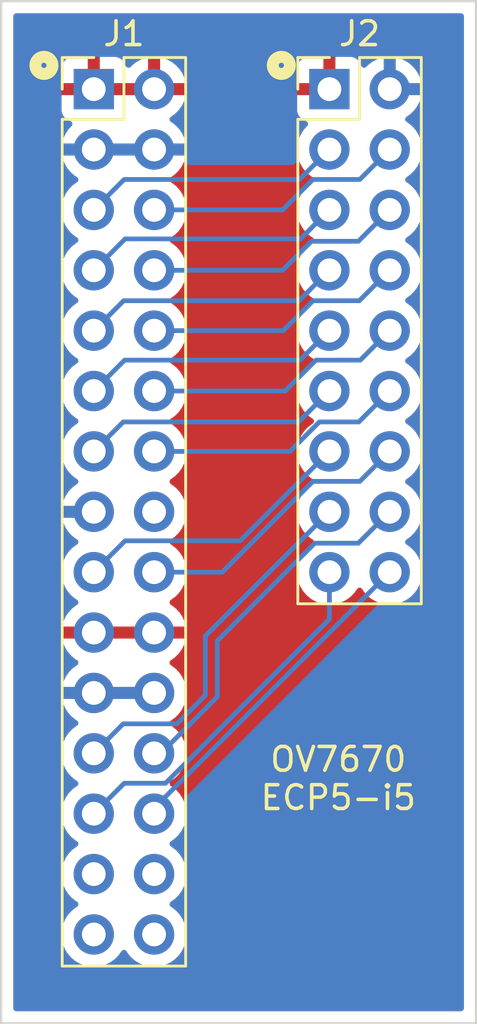
<source format=kicad_pcb>
(kicad_pcb (version 20210722) (generator pcbnew)
  (layers (0 "F.Cu" signal) (31 "B.Cu" signal) (34 "B.Paste" user) (35 "F.Paste" user) (36 "B.SilkS" user "B.Silkscreen") (37 "F.SilkS" user "F.Silkscreen") (38 "B.Mask" user) (39 "F.Mask" user) (44 "Edge.Cuts" user))
  (net 0 "")
  (net 1 "+3V3")
  (net 2 "GND")
  (net 3 "/CAM_SCL")
  (net 4 "/F20")
  (net 5 "/CAM_VSY")
  (net 6 "/B20")
  (net 7 "/CAM_PCLK")
  (net 8 "/B18")
  (net 9 "/CAM_D7")
  (net 10 "/C17")
  (net 11 "/CAM_D5")
  (net 12 "/D3")
  (net 13 "+5V")
  (net 14 "/C3")
  (net 15 "/B4")
  (net 16 "/A3")
  (net 17 "/E3")
  (net 18 "/B1")
  (net 19 "/C2")
  (net 20 "/D2")
  (net 21 "/C1")
  (net 22 "/E2")
  (net 23 "/D1")
  (footprint "Connector_PinHeader_2.54mm:PinHeader_2x15_P2.54mm_Vertical" (layer "F.Cu") (at 21.9 21.7)
    (fp_text reference "J1" (at 1.27 -2.33) (layer "F.SilkS"))
    (fp_text value "P3")
    (fp_line (start 1.27 -1.33) (end 3.87 -1.33) (layer "F.SilkS") (width 0.12))
    (fp_line (start 3.87 -1.33) (end 3.87 36.89) (layer "F.SilkS") (width 0.12))
    (fp_line (start -1.33 36.89) (end 3.87 36.89) (layer "F.SilkS") (width 0.12))
    (fp_line (start -1.33 1.27) (end -1.33 36.89) (layer "F.SilkS") (width 0.12))
    (fp_line (start -1.33 -1.33) (end 0 -1.33) (layer "F.SilkS") (width 0.12))
    (fp_line (start 1.27 1.27) (end 1.27 -1.33) (layer "F.SilkS") (width 0.12))
    (fp_line (start -1.33 0) (end -1.33 -1.33) (layer "F.SilkS") (width 0.12))
    (fp_line (start -1.33 1.27) (end 1.27 1.27) (layer "F.SilkS") (width 0.12))
    (pad "1" thru_hole rect locked (at 0 0) (size 1.7 1.7) (drill 1) (layers *.Cu *.Mask) (net 1 "+3V3"))
    (pad "2" thru_hole oval locked (at 2.54 0) (size 1.7 1.7) (drill 1) (layers *.Cu *.Mask) (net 1 "+3V3"))
    (pad "3" thru_hole oval locked (at 0 2.54) (size 1.7 1.7) (drill 1) (layers *.Cu *.Mask) (net 2 "GND"))
    (pad "4" thru_hole oval locked (at 2.54 2.54) (size 1.7 1.7) (drill 1) (layers *.Cu *.Mask) (net 2 "GND"))
    (pad "5" thru_hole oval locked (at 0 5.08) (size 1.7 1.7) (drill 1) (layers *.Cu *.Mask) (net 3 "/CAM_SCL"))
    (pad "6" thru_hole oval locked (at 2.54 5.08) (size 1.7 1.7) (drill 1) (layers *.Cu *.Mask) (net 4 "/F20"))
    (pad "7" thru_hole oval locked (at 0 7.62) (size 1.7 1.7) (drill 1) (layers *.Cu *.Mask) (net 5 "/CAM_VSY"))
    (pad "8" thru_hole oval locked (at 2.54 7.62) (size 1.7 1.7) (drill 1) (layers *.Cu *.Mask) (net 6 "/B20"))
    (pad "9" thru_hole oval locked (at 0 10.16) (size 1.7 1.7) (drill 1) (layers *.Cu *.Mask) (net 7 "/CAM_PCLK"))
    (pad "10" thru_hole oval locked (at 2.54 10.16) (size 1.7 1.7) (drill 1) (layers *.Cu *.Mask) (net 8 "/B18"))
    (pad "11" thru_hole oval locked (at 0 12.7) (size 1.7 1.7) (drill 1) (layers *.Cu *.Mask) (net 9 "/CAM_D7"))
    (pad "12" thru_hole oval locked (at 2.54 12.7) (size 1.7 1.7) (drill 1) (layers *.Cu *.Mask) (net 10 "/C17"))
    (pad "13" thru_hole oval locked (at 0 15.24) (size 1.7 1.7) (drill 1) (layers *.Cu *.Mask) (net 11 "/CAM_D5"))
    (pad "14" thru_hole oval locked (at 2.54 15.24) (size 1.7 1.7) (drill 1) (layers *.Cu *.Mask) (net 12 "/D3"))
    (pad "15" thru_hole oval locked (at 0 17.78) (size 1.7 1.7) (drill 1) (layers *.Cu *.Mask) (net 2 "GND"))
    (pad "16" thru_hole oval locked (at 2.54 17.78) (size 1.7 1.7) (drill 1) (layers *.Cu *.Mask) (net 13 "+5V"))
    (pad "17" thru_hole oval locked (at 0 20.32) (size 1.7 1.7) (drill 1) (layers *.Cu *.Mask) (net 14 "/C3"))
    (pad "18" thru_hole oval locked (at 2.54 20.32) (size 1.7 1.7) (drill 1) (layers *.Cu *.Mask) (net 15 "/B4"))
    (pad "19" thru_hole oval locked (at 0 22.86) (size 1.7 1.7) (drill 1) (layers *.Cu *.Mask) (net 1 "+3V3"))
    (pad "20" thru_hole oval locked (at 2.54 22.86) (size 1.7 1.7) (drill 1) (layers *.Cu *.Mask) (net 1 "+3V3"))
    (pad "21" thru_hole oval locked (at 0 25.4) (size 1.7 1.7) (drill 1) (layers *.Cu *.Mask) (net 2 "GND"))
    (pad "22" thru_hole oval locked (at 2.54 25.4) (size 1.7 1.7) (drill 1) (layers *.Cu *.Mask) (net 2 "GND"))
    (pad "23" thru_hole oval locked (at 0 27.94) (size 1.7 1.7) (drill 1) (layers *.Cu *.Mask) (net 16 "/A3"))
    (pad "24" thru_hole oval locked (at 2.54 27.94) (size 1.7 1.7) (drill 1) (layers *.Cu *.Mask) (net 17 "/E3"))
    (pad "25" thru_hole oval locked (at 0 30.48) (size 1.7 1.7) (drill 1) (layers *.Cu *.Mask) (net 18 "/B1"))
    (pad "26" thru_hole oval locked (at 2.54 30.48) (size 1.7 1.7) (drill 1) (layers *.Cu *.Mask) (net 19 "/C2"))
    (pad "27" thru_hole oval locked (at 0 33.02) (size 1.7 1.7) (drill 1) (layers *.Cu *.Mask) (net 20 "/D2"))
    (pad "28" thru_hole oval locked (at 2.54 33.02) (size 1.7 1.7) (drill 1) (layers *.Cu *.Mask) (net 21 "/C1"))
    (pad "29" thru_hole oval locked (at 0 35.56) (size 1.7 1.7) (drill 1) (layers *.Cu *.Mask) (net 22 "/E2"))
    (pad "30" thru_hole oval locked (at 2.54 35.56) (size 1.7 1.7) (drill 1) (layers *.Cu *.Mask) (net 23 "/D1"))
  )
  (footprint "Connector_PinHeader_2.54mm:PinHeader_2x09_P2.54mm_Vertical" (layer "F.Cu") (at 31.825 21.7)
    (fp_text reference "J2" (at 1.27 -2.33) (layer "F.SilkS"))
    (fp_text value "OV7670")
    (fp_line (start -1.33 -1.33) (end 0 -1.33) (layer "F.SilkS") (width 0.12))
    (fp_line (start -1.33 0) (end -1.33 -1.33) (layer "F.SilkS") (width 0.12))
    (fp_line (start -1.33 1.27) (end 1.27 1.27) (layer "F.SilkS") (width 0.12))
    (fp_line (start 1.27 -1.33) (end 3.87 -1.33) (layer "F.SilkS") (width 0.12))
    (fp_line (start 3.87 -1.33) (end 3.87 21.65) (layer "F.SilkS") (width 0.12))
    (fp_line (start -1.33 21.65) (end 3.87 21.65) (layer "F.SilkS") (width 0.12))
    (fp_line (start -1.33 1.27) (end -1.33 21.65) (layer "F.SilkS") (width 0.12))
    (fp_line (start 1.27 1.27) (end 1.27 -1.33) (layer "F.SilkS") (width 0.12))
    (pad "1" thru_hole rect locked (at 0 0) (size 1.7 1.7) (drill 1) (layers *.Cu *.Mask) (net 1 "+3V3"))
    (pad "2" thru_hole oval locked (at 2.54 0) (size 1.7 1.7) (drill 1) (layers *.Cu *.Mask) (net 2 "GND"))
    (pad "3" thru_hole oval locked (at 0 2.54) (size 1.7 1.7) (drill 1) (layers *.Cu *.Mask) (net 3 "/CAM_SCL"))
    (pad "4" thru_hole oval locked (at 2.54 2.54) (size 1.7 1.7) (drill 1) (layers *.Cu *.Mask) (net 4 "/F20"))
    (pad "5" thru_hole oval locked (at 0 5.08) (size 1.7 1.7) (drill 1) (layers *.Cu *.Mask) (net 5 "/CAM_VSY"))
    (pad "6" thru_hole oval locked (at 2.54 5.08) (size 1.7 1.7) (drill 1) (layers *.Cu *.Mask) (net 6 "/B20"))
    (pad "7" thru_hole oval locked (at 0 7.62) (size 1.7 1.7) (drill 1) (layers *.Cu *.Mask) (net 7 "/CAM_PCLK"))
    (pad "8" thru_hole oval locked (at 2.54 7.62) (size 1.7 1.7) (drill 1) (layers *.Cu *.Mask) (net 8 "/B18"))
    (pad "9" thru_hole oval locked (at 0 10.16) (size 1.7 1.7) (drill 1) (layers *.Cu *.Mask) (net 9 "/CAM_D7"))
    (pad "10" thru_hole oval locked (at 2.54 10.16) (size 1.7 1.7) (drill 1) (layers *.Cu *.Mask) (net 10 "/C17"))
    (pad "11" thru_hole oval locked (at 0 12.7) (size 1.7 1.7) (drill 1) (layers *.Cu *.Mask) (net 11 "/CAM_D5"))
    (pad "12" thru_hole oval locked (at 2.54 12.7) (size 1.7 1.7) (drill 1) (layers *.Cu *.Mask) (net 12 "/D3"))
    (pad "13" thru_hole oval locked (at 0 15.24) (size 1.7 1.7) (drill 1) (layers *.Cu *.Mask) (net 14 "/C3"))
    (pad "14" thru_hole oval locked (at 2.54 15.24) (size 1.7 1.7) (drill 1) (layers *.Cu *.Mask) (net 15 "/B4"))
    (pad "15" thru_hole oval locked (at 0 17.78) (size 1.7 1.7) (drill 1) (layers *.Cu *.Mask) (net 16 "/A3"))
    (pad "16" thru_hole oval locked (at 2.54 17.78) (size 1.7 1.7) (drill 1) (layers *.Cu *.Mask) (net 17 "/E3"))
    (pad "17" thru_hole oval locked (at 0 20.32) (size 1.7 1.7) (drill 1) (layers *.Cu *.Mask) (net 18 "/B1"))
    (pad "18" thru_hole oval locked (at 2.54 20.32) (size 1.7 1.7) (drill 1) (layers *.Cu *.Mask) (net 19 "/C2"))
  )
  (gr_circle (center 29.8 20.7) (end 30.160555 20.7) (layer "F.SilkS") (width 0.5) (fill none))
  (gr_circle (center 19.8 20.7) (end 20.160555 20.7) (layer "F.SilkS") (width 0.5) (fill none))
  (gr_line (start 38 18) (end 38 61) (layer "Edge.Cuts") (width 0.1))
  (gr_line (start 18 18) (end 38 18) (layer "Edge.Cuts") (width 0.1))
  (gr_line (start 38 61) (end 18 61) (layer "Edge.Cuts") (width 0.1))
  (gr_line (start 18 61) (end 18 18) (layer "Edge.Cuts") (width 0.1))
  (gr_text "OV7670\nECP5-i5" (at 32.2 50.7) (layer "F.SilkS") (effects (font (size 1 1))))
  (segment (start 30.565 25.5) (end 23.18 25.5) (width 0.2) (layer "B.Cu") (net 3))
  (segment (start 23.18 25.5) (end 21.9 26.78) (width 0.2) (layer "B.Cu") (net 3))
  (segment (start 31.825 24.24) (end 30.565 25.5) (width 0.2) (layer "B.Cu") (net 3))
  (segment (start 31.130006 25.5) (end 29.850006 26.78) (width 0.2) (layer "B.Cu") (net 4))
  (segment (start 33.105 25.5) (end 31.130006 25.5) (width 0.2) (layer "B.Cu") (net 4))
  (segment (start 29.850006 26.78) (end 24.44 26.78) (width 0.2) (layer "B.Cu") (net 4))
  (segment (start 34.365 24.24) (end 33.105 25.5) (width 0.2) (layer "B.Cu") (net 4))
  (segment (start 23.22 28) (end 21.9 29.32) (width 0.2) (layer "B.Cu") (net 5))
  (segment (start 30.605 28) (end 23.22 28) (width 0.2) (layer "B.Cu") (net 5))
  (segment (start 31.825 26.78) (end 30.605 28) (width 0.2) (layer "B.Cu") (net 5))
  (segment (start 34.365 26.78) (end 33.045 28.1) (width 0.2) (layer "B.Cu") (net 6))
  (segment (start 33.045 28.1) (end 31.070006 28.1) (width 0.2) (layer "B.Cu") (net 6))
  (segment (start 31.070006 28.1) (end 29.850006 29.32) (width 0.2) (layer "B.Cu") (net 6))
  (segment (start 29.850006 29.32) (end 24.44 29.32) (width 0.2) (layer "B.Cu") (net 6))
  (segment (start 31.825 29.32) (end 30.545 30.6) (width 0.2) (layer "B.Cu") (net 7))
  (segment (start 23.16 30.6) (end 21.9 31.86) (width 0.2) (layer "B.Cu") (net 7))
  (segment (start 30.545 30.6) (end 23.16 30.6) (width 0.2) (layer "B.Cu") (net 7))
  (segment (start 33.085 30.6) (end 31.139023 30.6) (width 0.2) (layer "B.Cu") (net 8))
  (segment (start 34.365 29.32) (end 33.085 30.6) (width 0.2) (layer "B.Cu") (net 8))
  (segment (start 31.139023 30.6) (end 29.879023 31.86) (width 0.2) (layer "B.Cu") (net 8))
  (segment (start 29.879023 31.86) (end 24.44 31.86) (width 0.2) (layer "B.Cu") (net 8))
  (segment (start 31.825 31.86) (end 30.585 33.1) (width 0.2) (layer "B.Cu") (net 9))
  (segment (start 30.585 33.1) (end 23.2 33.1) (width 0.2) (layer "B.Cu") (net 9))
  (segment (start 23.2 33.1) (end 21.9 34.4) (width 0.2) (layer "B.Cu") (net 9))
  (segment (start 29.958367 34.4) (end 24.44 34.4) (width 0.2) (layer "B.Cu") (net 10))
  (segment (start 31.258367 33.1) (end 29.958367 34.4) (width 0.2) (layer "B.Cu") (net 10))
  (segment (start 34.365 31.86) (end 33.125 33.1) (width 0.2) (layer "B.Cu") (net 10))
  (segment (start 33.125 33.1) (end 31.258367 33.1) (width 0.2) (layer "B.Cu") (net 10))
  (segment (start 30.525 35.7) (end 23.14 35.7) (width 0.2) (layer "B.Cu") (net 11))
  (segment (start 31.825 34.4) (end 30.525 35.7) (width 0.2) (layer "B.Cu") (net 11))
  (segment (start 23.14 35.7) (end 21.9 36.94) (width 0.2) (layer "B.Cu") (net 11))
  (segment (start 31.4 35.7) (end 30.16 36.94) (width 0.2) (layer "B.Cu") (net 12))
  (segment (start 30.16 36.94) (end 24.44 36.94) (width 0.2) (layer "B.Cu") (net 12))
  (segment (start 34.365 34.4) (end 33.065 35.7) (width 0.2) (layer "B.Cu") (net 12))
  (segment (start 33.065 35.7) (end 31.4 35.7) (width 0.2) (layer "B.Cu") (net 12))
  (segment (start 31.825 36.94) (end 28.065 40.7) (width 0.2) (layer "B.Cu") (net 14))
  (segment (start 23.22 40.7) (end 21.9 42.02) (width 0.2) (layer "B.Cu") (net 14))
  (segment (start 28.065 40.7) (end 23.22 40.7) (width 0.2) (layer "B.Cu") (net 14))
  (segment (start 33.105 38.2) (end 31.130006 38.2) (width 0.2) (layer "B.Cu") (net 15))
  (segment (start 31.130006 38.2) (end 27.310006 42.02) (width 0.2) (layer "B.Cu") (net 15))
  (segment (start 34.365 36.94) (end 33.105 38.2) (width 0.2) (layer "B.Cu") (net 15))
  (segment (start 27.310006 42.02) (end 24.44 42.02) (width 0.2) (layer "B.Cu") (net 15))
  (segment (start 26.6 47.200001) (end 25.400001 48.4) (width 0.2) (layer "B.Cu") (net 16))
  (segment (start 23.14 48.4) (end 21.9 49.64) (width 0.2) (layer "B.Cu") (net 16))
  (segment (start 25.400001 48.4) (end 23.14 48.4) (width 0.2) (layer "B.Cu") (net 16))
  (segment (start 31.825 39.48) (end 26.6 44.705) (width 0.2) (layer "B.Cu") (net 16))
  (segment (start 26.6 44.705) (end 26.6 47.200001) (width 0.2) (layer "B.Cu") (net 16))
  (segment (start 27.1 44.909673) (end 27.1 47.265007) (width 0.2) (layer "B.Cu") (net 17))
  (segment (start 24.725007 49.64) (end 24.44 49.64) (width 0.2) (layer "B.Cu") (net 17))
  (segment (start 31.209673 40.8) (end 27.1 44.909673) (width 0.2) (layer "B.Cu") (net 17))
  (segment (start 27.1 47.265007) (end 24.725007 49.64) (width 0.2) (layer "B.Cu") (net 17))
  (segment (start 33.045 40.8) (end 31.209673 40.8) (width 0.2) (layer "B.Cu") (net 17))
  (segment (start 34.365 39.48) (end 33.045 40.8) (width 0.2) (layer "B.Cu") (net 17))
  (segment (start 23.18 50.9) (end 21.9 52.18) (width 0.2) (layer "B.Cu") (net 18))
  (segment (start 31.825 42.02) (end 31.825 43.994994) (width 0.2) (layer "B.Cu") (net 18))
  (segment (start 31.825 43.994994) (end 24.919994 50.9) (width 0.2) (layer "B.Cu") (net 18))
  (segment (start 24.919994 50.9) (end 23.18 50.9) (width 0.2) (layer "B.Cu") (net 18))
  (segment (start 34.365 42.02) (end 24.44 51.945) (width 0.2) (layer "B.Cu") (net 19))
  (segment (start 24.44 51.945) (end 24.44 52.18) (width 0.2) (layer "B.Cu") (net 19))
  (zone (net 1) (net_name "+3V3") (layer "F.Cu") (connect_pads (clearance 0.508)) (min_thickness 0.254) (fill yes (thermal_gap 0.508) (thermal_bridge_width 0.508))
    (polygon (pts (xy 38 61) (xy 18 61) (xy 18 18) (xy 38 18)))
  )
  (zone (net 2) (net_name "GND") (layer "B.Cu") (connect_pads (clearance 0.508)) (min_thickness 0.254) (fill yes (thermal_gap 0.508) (thermal_bridge_width 0.508))
    (polygon (pts (xy 38 61) (xy 18 61) (xy 18 18) (xy 38 18)))
  )
)
</source>
